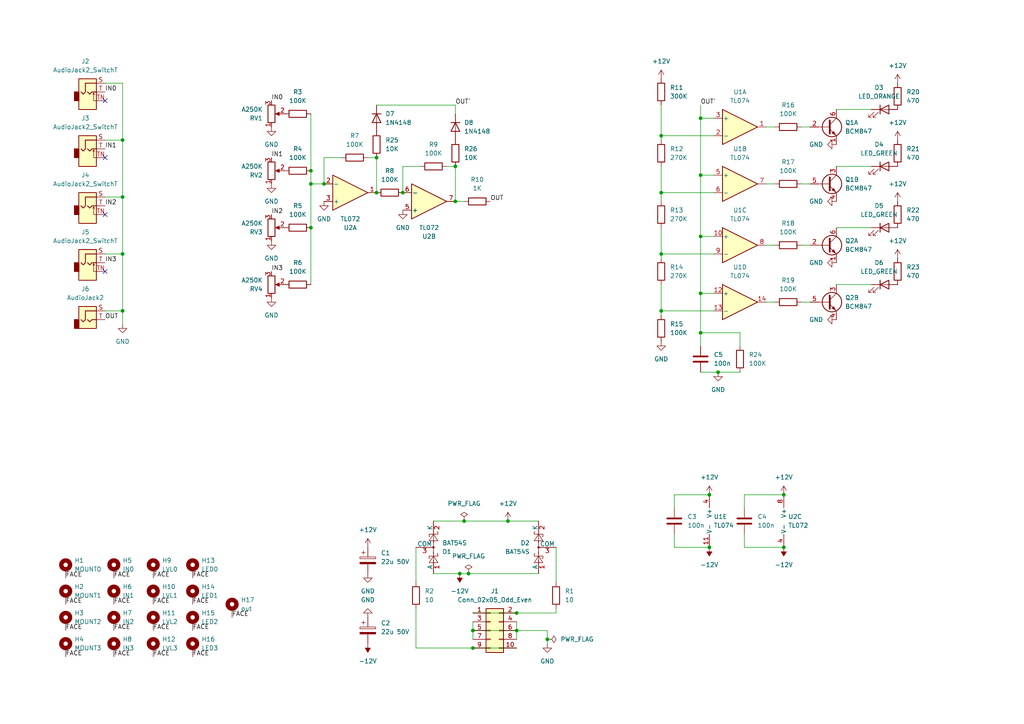
<source format=kicad_sch>
(kicad_sch (version 20230121) (generator eeschema)
  (paper "A4")
  (lib_symbols
    (symbol "Amplifier_Operational:TL072" (pin_names (offset 0.127))
      (property "Reference" "U" (at 0 5.08 0))
      (property "Value" "TL072" (at 0 -5.08 0))
      (symbol "TL072_1_1"
        (polyline (pts (xy -5.08 5.08) (xy 5.08 0) (xy -5.08 -5.08) (xy -5.08 5.08)) (stroke (width 0.254)) (fill (type background)))
        (pin output line (at 7.62 0 180) (length 2.54) (name "~") (number "1"))
        (pin input line (at -7.62 -2.54 0) (length 2.54) (name "-") (number "2"))
        (pin input line (at -7.62 2.54 0) (length 2.54) (name "+") (number "3"))
      )
      (symbol "TL072_2_1"
        (polyline (pts (xy -5.08 5.08) (xy 5.08 0) (xy -5.08 -5.08) (xy -5.08 5.08)) (stroke (width 0.254)) (fill (type background)))
        (pin input line (at -7.62 2.54 0) (length 2.54) (name "+") (number "5"))
        (pin input line (at -7.62 -2.54 0) (length 2.54) (name "-") (number "6"))
        (pin output line (at 7.62 0 180) (length 2.54) (name "~") (number "7"))
      )
      (symbol "TL072_3_1"
        (pin power_in line (at -2.54 -7.62 90) (length 3.81) (name "V-") (number "4"))
        (pin power_in line (at -2.54 7.62 270) (length 3.81) (name "V+") (number "8"))
      )
    )
    (symbol "Amplifier_Operational:TL074" (pin_names (offset 0.127))
      (property "Reference" "U" (at 0 5.08 0))
      (property "Value" "TL074" (at 0 -5.08 0))
      (symbol "TL074_1_1"
        (polyline (pts (xy -5.08 5.08) (xy 5.08 0) (xy -5.08 -5.08) (xy -5.08 5.08)) (stroke (width 0.254)) (fill (type background)))
        (pin output line (at 7.62 0 180) (length 2.54) (name "~") (number "1"))
        (pin input line (at -7.62 -2.54 0) (length 2.54) (name "-") (number "2"))
        (pin input line (at -7.62 2.54 0) (length 2.54) (name "+") (number "3"))
      )
      (symbol "TL074_2_1"
        (polyline (pts (xy -5.08 5.08) (xy 5.08 0) (xy -5.08 -5.08) (xy -5.08 5.08)) (stroke (width 0.254)) (fill (type background)))
        (pin input line (at -7.62 2.54 0) (length 2.54) (name "+") (number "5"))
        (pin input line (at -7.62 -2.54 0) (length 2.54) (name "-") (number "6"))
        (pin output line (at 7.62 0 180) (length 2.54) (name "~") (number "7"))
      )
      (symbol "TL074_3_1"
        (polyline (pts (xy -5.08 5.08) (xy 5.08 0) (xy -5.08 -5.08) (xy -5.08 5.08)) (stroke (width 0.254)) (fill (type background)))
        (pin input line (at -7.62 2.54 0) (length 2.54) (name "+") (number "10"))
        (pin output line (at 7.62 0 180) (length 2.54) (name "~") (number "8"))
        (pin input line (at -7.62 -2.54 0) (length 2.54) (name "-") (number "9"))
      )
      (symbol "TL074_4_1"
        (polyline (pts (xy -5.08 5.08) (xy 5.08 0) (xy -5.08 -5.08) (xy -5.08 5.08)) (stroke (width 0.254)) (fill (type background)))
        (pin input line (at -7.62 2.54 0) (length 2.54) (name "+") (number "12"))
        (pin input line (at -7.62 -2.54 0) (length 2.54) (name "-") (number "13"))
        (pin output line (at 7.62 0 180) (length 2.54) (name "~") (number "14"))
      )
      (symbol "TL074_5_1"
        (pin power_in line (at -2.54 -7.62 90) (length 3.81) (name "V-") (number "11"))
        (pin power_in line (at -2.54 7.62 270) (length 3.81) (name "V+") (number "4"))
      )
    )
    (symbol "Device:C" (pin_numbers hide) (pin_names (offset 0.254))
      (property "Reference" "C" (at 0.635 2.54 0))
      (property "Value" "C" (at 0.635 -2.54 0))
      (symbol "C_0_1"
        (polyline (pts (xy -2.032 -0.762) (xy 2.032 -0.762)) (stroke (width 0.508)))
        (polyline (pts (xy -2.032 0.762) (xy 2.032 0.762)) (stroke (width 0.508)))
      )
      (symbol "C_1_1"
        (pin passive line (at 0 3.81 270) (length 2.794) (name "~") (number "1"))
        (pin passive line (at 0 -3.81 90) (length 2.794) (name "~") (number "2"))
      )
    )
    (symbol "Device:C_Polarized" (pin_numbers hide) (pin_names (offset 0.254))
      (property "Reference" "C" (at 0.635 2.54 0))
      (property "Value" "C_Polarized" (at 0.635 -2.54 0))
      (symbol "C_Polarized_0_1"
        (rectangle (start -2.286 0.508) (end 2.286 1.016))
        (polyline (pts (xy -1.778 2.286) (xy -0.762 2.286)))
        (polyline (pts (xy -1.27 2.794) (xy -1.27 1.778)))
        (rectangle (start 2.286 -0.508) (end -2.286 -1.016) (fill (type outline)))
      )
      (symbol "C_Polarized_1_1"
        (pin passive line (at 0 3.81 270) (length 2.794) (name "~") (number "1"))
        (pin passive line (at 0 -3.81 90) (length 2.794) (name "~") (number "2"))
      )
    )
    (symbol "Device:D" (pin_numbers hide) (pin_names (offset 1.016) hide)
      (property "Reference" "D" (at 0 2.54 0))
      (property "Value" "D" (at 0 -2.54 0))
      (symbol "D_0_1"
        (polyline (pts (xy -1.27 1.27) (xy -1.27 -1.27)) (stroke (width 0.254)))
        (polyline (pts (xy 1.27 0) (xy -1.27 0)))
        (polyline (pts (xy 1.27 1.27) (xy 1.27 -1.27) (xy -1.27 0) (xy 1.27 1.27)) (stroke (width 0.254)))
      )
      (symbol "D_1_1"
        (pin passive line (at -3.81 0 0) (length 2.54) (name "K") (number "1"))
        (pin passive line (at 3.81 0 180) (length 2.54) (name "A") (number "2"))
      )
    )
    (symbol "Device:LED" (pin_numbers hide) (pin_names (offset 1.016) hide)
      (property "Reference" "D" (at 0 2.54 0))
      (property "Value" "LED" (at 0 -2.54 0))
      (symbol "LED_0_1"
        (polyline (pts (xy -1.27 -1.27) (xy -1.27 1.27)) (stroke (width 0.254)))
        (polyline (pts (xy -1.27 0) (xy 1.27 0)))
        (polyline (pts (xy 1.27 -1.27) (xy 1.27 1.27) (xy -1.27 0) (xy 1.27 -1.27)) (stroke (width 0.254)))
        (polyline (pts (xy -3.048 -0.762) (xy -4.572 -2.286) (xy -3.81 -2.286) (xy -4.572 -2.286) (xy -4.572 -1.524)))
        (polyline (pts (xy -1.778 -0.762) (xy -3.302 -2.286) (xy -2.54 -2.286) (xy -3.302 -2.286) (xy -3.302 -1.524)))
      )
      (symbol "LED_1_1"
        (pin passive line (at -3.81 0 0) (length 2.54) (name "K") (number "1"))
        (pin passive line (at 3.81 0 180) (length 2.54) (name "A") (number "2"))
      )
    )
    (symbol "Device:Q_Dual_NPN_NPN_E1B1C2E2B2C1" (pin_names (offset 0) hide)
      (property "Reference" "Q" (at 5.08 1.27 0))
      (property "Value" "Q_Dual_NPN_NPN_E1B1C2E2B2C1" (at 5.08 -1.27 0))
      (symbol "Q_Dual_NPN_NPN_E1B1C2E2B2C1_0_1"
        (polyline (pts (xy 0.635 0) (xy -2.54 0)))
        (polyline (pts (xy 0.635 0.635) (xy 2.54 2.54)))
        (polyline (pts (xy 0.635 -0.635) (xy 2.54 -2.54) (xy 2.54 -2.54)))
        (polyline (pts (xy 0.635 1.905) (xy 0.635 -1.905) (xy 0.635 -1.905)) (stroke (width 0.508)))
        (polyline (pts (xy 1.27 -1.778) (xy 1.778 -1.27) (xy 2.286 -2.286) (xy 1.27 -1.778) (xy 1.27 -1.778)) (fill (type outline)))
        (circle (center 1.27 0) (radius 2.8194) (stroke (width 0.254)))
      )
      (symbol "Q_Dual_NPN_NPN_E1B1C2E2B2C1_1_1"
        (pin passive line (at 2.54 -5.08 90) (length 2.54) (name "E1") (number "1"))
        (pin input line (at -5.08 0 0) (length 2.54) (name "B1") (number "2"))
        (pin passive line (at 2.54 5.08 270) (length 2.54) (name "C1") (number "6"))
      )
      (symbol "Q_Dual_NPN_NPN_E1B1C2E2B2C1_2_1"
        (pin passive line (at 2.54 5.08 270) (length 2.54) (name "C2") (number "3"))
        (pin passive line (at 2.54 -5.08 90) (length 2.54) (name "E2") (number "4"))
        (pin input line (at -5.08 0 0) (length 2.54) (name "B2") (number "5"))
      )
    )
    (symbol "Device:R" (pin_numbers hide) (pin_names (offset 0))
      (property "Reference" "R" (at 2.032 0 90))
      (property "Value" "R" (at 0 0 90))
      (symbol "R_0_1"
        (rectangle (start -1.016 -2.54) (end 1.016 2.54) (stroke (width 0.254)))
      )
      (symbol "R_1_1"
        (pin passive line (at 0 3.81 270) (length 1.27) (name "~") (number "1"))
        (pin passive line (at 0 -3.81 90) (length 1.27) (name "~") (number "2"))
      )
    )
    (symbol "Device:R_Potentiometer" (pin_names (offset 1.016) hide)
      (property "Reference" "RV" (at -4.445 0 90))
      (property "Value" "R_Potentiometer" (at -2.54 0 90))
      (symbol "R_Potentiometer_0_1"
        (polyline (pts (xy 2.54 0) (xy 1.524 0)))
        (polyline (pts (xy 1.143 0) (xy 2.286 0.508) (xy 2.286 -0.508) (xy 1.143 0)) (fill (type outline)))
        (rectangle (start 1.016 2.54) (end -1.016 -2.54) (stroke (width 0.254)))
      )
      (symbol "R_Potentiometer_1_1"
        (pin passive line (at 0 3.81 270) (length 1.27) (name "1") (number "1"))
        (pin passive line (at 3.81 0 180) (length 1.27) (name "2") (number "2"))
        (pin passive line (at 0 -3.81 90) (length 1.27) (name "3") (number "3"))
      )
    )
    (symbol "Eurorack:AudioJack2"
      (property "Reference" "J" (at 0 8.89 0))
      (property "Value" "AudioJack2" (at 0 6.35 0))
      (symbol "AudioJack2_0_1"
        (rectangle (start -3.81 0) (end -2.54 -2.54) (stroke (width 0.254)) (fill (type outline)))
        (rectangle (start -2.54 3.81) (end 2.54 -2.54) (stroke (width 0.254)) (fill (type background)))
        (polyline (pts (xy 0 0) (xy 0.635 -0.635) (xy 1.27 0) (xy 2.54 0)) (stroke (width 0.254)))
        (polyline (pts (xy 2.54 2.54) (xy -0.635 2.54) (xy -0.635 0) (xy -1.27 -0.635) (xy -1.905 0)) (stroke (width 0.254)))
      )
      (symbol "AudioJack2_1_1"
        (pin passive line (at 5.08 2.54 180) (length 2.54) (name "~") (number "S"))
        (pin passive line (at 5.08 0 180) (length 2.54) (name "~") (number "T"))
      )
    )
    (symbol "Eurorack:AudioJack2_SwitchT"
      (property "Reference" "J" (at 0 8.89 0))
      (property "Value" "AudioJack2_SwitchT" (at 0 6.35 0))
      (symbol "AudioJack2_SwitchT_0_1"
        (rectangle (start -2.54 0) (end -3.81 -2.54) (stroke (width 0.254)) (fill (type outline)))
        (rectangle (start -2.54 3.81) (end 2.54 -5.08) (stroke (width 0.254)) (fill (type background)))
        (polyline (pts (xy 1.778 -0.254) (xy 2.032 -0.762)))
        (polyline (pts (xy 0 0) (xy 0.635 -0.635) (xy 1.27 0) (xy 2.54 0)) (stroke (width 0.254)))
        (polyline (pts (xy 2.54 -2.54) (xy 1.778 -2.54) (xy 1.778 -0.254) (xy 1.524 -0.762)))
        (polyline (pts (xy 2.54 2.54) (xy -0.635 2.54) (xy -0.635 0) (xy -1.27 -0.635) (xy -1.905 0)) (stroke (width 0.254)))
      )
      (symbol "AudioJack2_SwitchT_1_1"
        (pin passive line (at 5.08 2.54 180) (length 2.54) (name "~") (number "S"))
        (pin passive line (at 5.08 0 180) (length 2.54) (name "~") (number "T"))
        (pin passive line (at 5.08 -2.54 180) (length 2.54) (name "~") (number "TN"))
      )
    )
    (symbol "Eurorack:BAT54S" (pin_names (offset 0))
      (property "Reference" "D" (at 2.54 -5.08 0))
      (property "Value" "BAT54S" (at -6.35 3.175 0))
      (symbol "BAT54S_0_1"
        (polyline (pts (xy -3.81 0) (xy -1.27 0)))
        (polyline (pts (xy -3.175 -1.27) (xy -3.175 -1.016)))
        (polyline (pts (xy -2.54 -1.27) (xy -3.175 -1.27)))
        (polyline (pts (xy -2.54 -1.27) (xy -2.54 1.27)))
        (polyline (pts (xy -2.54 1.27) (xy -1.905 1.27)))
        (polyline (pts (xy -1.905 0) (xy 1.905 0)))
        (polyline (pts (xy -1.905 1.27) (xy -1.905 1.016)))
        (polyline (pts (xy 1.27 0) (xy 3.81 0)))
        (polyline (pts (xy 3.175 -1.27) (xy 3.175 -1.016)))
        (polyline (pts (xy 3.81 -1.27) (xy 3.175 -1.27)))
        (polyline (pts (xy 3.81 -1.27) (xy 3.81 1.27)))
        (polyline (pts (xy 3.81 1.27) (xy 4.445 1.27)))
        (polyline (pts (xy 4.445 1.27) (xy 4.445 1.016)))
        (polyline (pts (xy -4.445 1.27) (xy -4.445 -1.27) (xy -2.54 0) (xy -4.445 1.27)))
        (polyline (pts (xy 1.905 1.27) (xy 1.905 -1.27) (xy 3.81 0) (xy 1.905 1.27)))
        (circle (center 0 0) (radius 0.254) (fill (type outline)))
      )
      (symbol "BAT54S_1_1"
        (pin passive line (at -7.62 0 0) (length 3.81) (name "A") (number "1"))
        (pin passive line (at 7.62 0 180) (length 3.81) (name "K") (number "2"))
        (pin passive line (at 0 -5.08 90) (length 5.08) (name "COM") (number "3"))
      )
    )
    (symbol "Eurorack:Conn_02x05_Odd_Even" (pin_names (offset 1.016) hide)
      (property "Reference" "J" (at 1.27 7.62 0))
      (property "Value" "Conn_02x05_Odd_Even" (at 1.27 -7.62 0))
      (symbol "Conn_02x05_Odd_Even_1_1"
        (rectangle (start -1.27 -4.953) (end 0 -5.207) (stroke (width 0.1524)))
        (rectangle (start -1.27 -2.413) (end 0 -2.667) (stroke (width 0.1524)))
        (rectangle (start -1.27 0.127) (end 0 -0.127) (stroke (width 0.1524)))
        (rectangle (start -1.27 2.667) (end 0 2.413) (stroke (width 0.1524)))
        (rectangle (start -1.27 5.207) (end 0 4.953) (stroke (width 0.1524)))
        (rectangle (start -1.27 6.35) (end 3.81 -6.35) (stroke (width 0.254)) (fill (type background)))
        (rectangle (start 3.81 -4.953) (end 2.54 -5.207) (stroke (width 0.1524)))
        (rectangle (start 3.81 -2.413) (end 2.54 -2.667) (stroke (width 0.1524)))
        (rectangle (start 3.81 0.127) (end 2.54 -0.127) (stroke (width 0.1524)))
        (rectangle (start 3.81 2.667) (end 2.54 2.413) (stroke (width 0.1524)))
        (rectangle (start 3.81 5.207) (end 2.54 4.953) (stroke (width 0.1524)))
        (pin passive line (at -5.08 5.08 0) (length 3.81) (name "Pin_1") (number "1"))
        (pin passive line (at 7.62 -5.08 180) (length 3.81) (name "Pin_10") (number "10"))
        (pin passive line (at 7.62 5.08 180) (length 3.81) (name "Pin_2") (number "2"))
        (pin passive line (at -5.08 2.54 0) (length 3.81) (name "Pin_3") (number "3"))
        (pin passive line (at 7.62 2.54 180) (length 3.81) (name "Pin_4") (number "4"))
        (pin passive line (at -5.08 0 0) (length 3.81) (name "Pin_5") (number "5"))
        (pin passive line (at 7.62 0 180) (length 3.81) (name "Pin_6") (number "6"))
        (pin passive line (at -5.08 -2.54 0) (length 3.81) (name "Pin_7") (number "7"))
        (pin passive line (at 7.62 -2.54 180) (length 3.81) (name "Pin_8") (number "8"))
        (pin passive line (at -5.08 -5.08 0) (length 3.81) (name "Pin_9") (number "9"))
      )
    )
    (symbol "Eurorack:MountingHole_Pad_Output" (pin_numbers hide) (pin_names (offset 1.016) hide) (in_bom no)
      (property "Reference" "H" (at 0 6.35 0))
      (property "Value" "MountingHole_Pad_Output" (at 0 4.445 0))
      (symbol "MountingHole_Pad_Output_0_1"
        (circle (center 0 1.27) (radius 1.27) (stroke (width 1.27)))
      )
      (symbol "MountingHole_Pad_Output_1_1"
        (pin output line (at 0 -2.54 90) (length 2.54) (name "1") (number "1"))
      )
    )
    (symbol "Mechanical:MountingHole_Pad" (pin_numbers hide) (pin_names (offset 1.016) hide)
      (property "Reference" "H" (at 0 6.35 0))
      (property "Value" "MountingHole_Pad" (at 0 4.445 0))
      (symbol "MountingHole_Pad_0_1"
        (circle (center 0 1.27) (radius 1.27) (stroke (width 1.27)))
      )
      (symbol "MountingHole_Pad_1_1"
        (pin input line (at 0 -2.54 90) (length 2.54) (name "1") (number "1"))
      )
    )
    (symbol "power:+12V" (power) (pin_names (offset 0))
      (property "Value" "+12V" (at 0 3.556 0))
      (symbol "+12V_0_1"
        (polyline (pts (xy -0.762 1.27) (xy 0 2.54)))
        (polyline (pts (xy 0 0) (xy 0 2.54)))
        (polyline (pts (xy 0 2.54) (xy 0.762 1.27)))
      )
      (symbol "+12V_1_1"
        (pin power_in line (at 0 0 90) (length 0) hide (name "+12V") (number "1"))
      )
    )
    (symbol "power:-12V" (power) (pin_names (offset 0))
      (property "Value" "-12V" (at 0 3.81 0))
      (symbol "-12V_0_0"
        (pin power_in line (at 0 0 90) (length 0) hide (name "-12V") (number "1"))
      )
      (symbol "-12V_0_1"
        (polyline (pts (xy 0 0) (xy 0 1.27) (xy 0.762 1.27) (xy 0 2.54) (xy -0.762 1.27) (xy 0 1.27)) (fill (type outline)))
      )
    )
    (symbol "power:GND" (power) (pin_names (offset 0))
      (property "Value" "GND" (at 0 -3.81 0))
      (symbol "GND_0_1"
        (polyline (pts (xy 0 0) (xy 0 -1.27) (xy 1.27 -1.27) (xy 0 -2.54) (xy -1.27 -1.27) (xy 0 -1.27)))
      )
      (symbol "GND_1_1"
        (pin power_in line (at 0 0 270) (length 0) hide (name "GND") (number "1"))
      )
    )
    (symbol "power:PWR_FLAG" (power) (pin_numbers hide) (pin_names (offset 0) hide)
      (property "Value" "PWR_FLAG" (at 0 3.81 0))
      (symbol "PWR_FLAG_0_0"
        (pin power_out line (at 0 0 90) (length 0) (name "pwr") (number "1"))
      )
      (symbol "PWR_FLAG_0_1"
        (polyline (pts (xy 0 0) (xy 0 1.27) (xy -1.016 1.905) (xy 0 2.54) (xy 1.016 1.905) (xy 0 1.27)))
      )
    )
  )
  (junction (at 158.75 185.42))
  (junction (at 35.56 90.17))
  (junction (at 203.2 85.09))
  (junction (at 133.35 166.37))
  (junction (at 134.62 151.13))
  (junction (at 149.86 182.88))
  (junction (at 90.17 66.04))
  (junction (at 90.17 53.34))
  (junction (at 191.77 73.66))
  (junction (at 191.77 39.37))
  (junction (at 135.89 166.37))
  (junction (at 147.32 151.13))
  (junction (at 35.56 40.64))
  (junction (at 203.2 50.8))
  (junction (at 149.86 177.8))
  (junction (at 191.77 90.17))
  (junction (at 109.22 55.88))
  (junction (at 35.56 73.66))
  (junction (at 203.2 96.52))
  (junction (at 191.77 55.88))
  (junction (at 35.56 57.15))
  (junction (at 137.16 187.96))
  (junction (at 93.98 53.34))
  (junction (at 227.33 143.51))
  (junction (at 132.08 58.42))
  (junction (at 208.28 107.95))
  (junction (at 132.08 48.26))
  (junction (at 116.84 55.88))
  (junction (at 205.74 158.75))
  (junction (at 109.22 45.72))
  (junction (at 205.74 143.51))
  (junction (at 203.2 34.29))
  (junction (at 227.33 158.75))
  (junction (at 203.2 68.58))
  (junction (at 90.17 49.53))
  (junction (at 137.16 182.88))
  (no_connect (at 30.48 78.74))
  (no_connect (at 30.48 29.21))
  (no_connect (at 30.48 45.72))
  (no_connect (at 30.48 62.23))
  (wire (pts (xy 203.2 85.09) (xy 203.2 96.52)))
  (wire (pts (xy 191.77 90.17) (xy 207.01 90.17)))
  (wire (pts (xy 232.41 87.63) (xy 234.95 87.63)))
  (wire (pts (xy 35.56 57.15) (xy 35.56 73.66)))
  (wire (pts (xy 195.58 158.75) (xy 205.74 158.75)))
  (wire (pts (xy 203.2 68.58) (xy 207.01 68.58)))
  (wire (pts (xy 242.57 48.26) (xy 252.73 48.26)))
  (wire (pts (xy 191.77 55.88) (xy 207.01 55.88)))
  (wire (pts (xy 191.77 73.66) (xy 191.77 74.93)))
  (wire (pts (xy 161.29 176.53) (xy 161.29 177.8)))
  (wire (pts (xy 214.63 100.33) (xy 214.63 96.52)))
  (wire (pts (xy 133.35 166.37) (xy 135.89 166.37)))
  (wire (pts (xy 120.65 158.75) (xy 120.65 168.91)))
  (wire (pts (xy 149.86 180.34) (xy 149.86 182.88)))
  (wire (pts (xy 222.25 53.34) (xy 224.79 53.34)))
  (wire (pts (xy 30.48 73.66) (xy 35.56 73.66)))
  (wire (pts (xy 30.48 57.15) (xy 35.56 57.15)))
  (wire (pts (xy 203.2 85.09) (xy 207.01 85.09)))
  (wire (pts (xy 30.48 24.13) (xy 35.56 24.13)))
  (wire (pts (xy 203.2 68.58) (xy 203.2 85.09)))
  (wire (pts (xy 116.84 48.26) (xy 116.84 55.88)))
  (wire (pts (xy 215.9 158.75) (xy 227.33 158.75)))
  (wire (pts (xy 106.68 45.72) (xy 109.22 45.72)))
  (wire (pts (xy 195.58 143.51) (xy 205.74 143.51)))
  (wire (pts (xy 232.41 53.34) (xy 234.95 53.34)))
  (wire (pts (xy 137.16 177.8) (xy 149.86 177.8)))
  (wire (pts (xy 35.56 90.17) (xy 35.56 93.98)))
  (wire (pts (xy 242.57 82.55) (xy 252.73 82.55)))
  (wire (pts (xy 147.32 151.13) (xy 156.21 151.13)))
  (wire (pts (xy 137.16 182.88) (xy 149.86 182.88)))
  (wire (pts (xy 125.73 151.13) (xy 134.62 151.13)))
  (wire (pts (xy 208.28 107.95) (xy 214.63 107.95)))
  (wire (pts (xy 125.73 166.37) (xy 133.35 166.37)))
  (wire (pts (xy 215.9 143.51) (xy 227.33 143.51)))
  (wire (pts (xy 93.98 53.34) (xy 93.98 45.72)))
  (wire (pts (xy 222.25 36.83) (xy 224.79 36.83)))
  (wire (pts (xy 134.62 151.13) (xy 147.32 151.13)))
  (wire (pts (xy 203.2 30.48) (xy 203.2 34.29)))
  (wire (pts (xy 137.16 187.96) (xy 149.86 187.96)))
  (wire (pts (xy 90.17 33.02) (xy 90.17 49.53)))
  (wire (pts (xy 191.77 82.55) (xy 191.77 90.17)))
  (wire (pts (xy 195.58 147.32) (xy 195.58 143.51)))
  (wire (pts (xy 191.77 30.48) (xy 191.77 39.37)))
  (wire (pts (xy 203.2 96.52) (xy 203.2 100.33)))
  (wire (pts (xy 90.17 66.04) (xy 90.17 82.55)))
  (wire (pts (xy 203.2 50.8) (xy 207.01 50.8)))
  (wire (pts (xy 35.56 73.66) (xy 35.56 90.17)))
  (wire (pts (xy 215.9 147.32) (xy 215.9 143.51)))
  (wire (pts (xy 132.08 30.48) (xy 132.08 33.02)))
  (wire (pts (xy 120.65 187.96) (xy 137.16 187.96)))
  (wire (pts (xy 191.77 39.37) (xy 207.01 39.37)))
  (wire (pts (xy 191.77 73.66) (xy 207.01 73.66)))
  (wire (pts (xy 191.77 55.88) (xy 191.77 58.42)))
  (wire (pts (xy 137.16 180.34) (xy 137.16 182.88)))
  (wire (pts (xy 30.48 90.17) (xy 35.56 90.17)))
  (wire (pts (xy 149.86 177.8) (xy 161.29 177.8)))
  (wire (pts (xy 149.86 182.88) (xy 149.86 185.42)))
  (wire (pts (xy 242.57 66.04) (xy 252.73 66.04)))
  (wire (pts (xy 203.2 34.29) (xy 203.2 50.8)))
  (wire (pts (xy 129.54 48.26) (xy 132.08 48.26)))
  (wire (pts (xy 232.41 71.12) (xy 234.95 71.12)))
  (wire (pts (xy 161.29 158.75) (xy 161.29 168.91)))
  (wire (pts (xy 132.08 58.42) (xy 134.62 58.42)))
  (wire (pts (xy 158.75 186.69) (xy 158.75 185.42)))
  (wire (pts (xy 120.65 176.53) (xy 120.65 187.96)))
  (wire (pts (xy 203.2 96.52) (xy 214.63 96.52)))
  (wire (pts (xy 93.98 45.72) (xy 99.06 45.72)))
  (wire (pts (xy 203.2 50.8) (xy 203.2 68.58)))
  (wire (pts (xy 109.22 30.48) (xy 132.08 30.48)))
  (wire (pts (xy 191.77 90.17) (xy 191.77 91.44)))
  (wire (pts (xy 191.77 39.37) (xy 191.77 40.64)))
  (wire (pts (xy 222.25 71.12) (xy 224.79 71.12)))
  (wire (pts (xy 135.89 166.37) (xy 156.21 166.37)))
  (wire (pts (xy 222.25 87.63) (xy 224.79 87.63)))
  (wire (pts (xy 90.17 53.34) (xy 90.17 66.04)))
  (wire (pts (xy 158.75 182.88) (xy 149.86 182.88)))
  (wire (pts (xy 242.57 31.75) (xy 252.73 31.75)))
  (wire (pts (xy 191.77 66.04) (xy 191.77 73.66)))
  (wire (pts (xy 30.48 40.64) (xy 35.56 40.64)))
  (wire (pts (xy 109.22 45.72) (xy 109.22 55.88)))
  (wire (pts (xy 90.17 49.53) (xy 90.17 53.34)))
  (wire (pts (xy 232.41 36.83) (xy 234.95 36.83)))
  (wire (pts (xy 137.16 182.88) (xy 137.16 185.42)))
  (wire (pts (xy 90.17 53.34) (xy 93.98 53.34)))
  (wire (pts (xy 35.56 40.64) (xy 35.56 57.15)))
  (wire (pts (xy 215.9 154.94) (xy 215.9 158.75)))
  (wire (pts (xy 121.92 48.26) (xy 116.84 48.26)))
  (wire (pts (xy 191.77 48.26) (xy 191.77 55.88)))
  (wire (pts (xy 158.75 185.42) (xy 158.75 182.88)))
  (wire (pts (xy 132.08 48.26) (xy 132.08 58.42)))
  (wire (pts (xy 203.2 107.95) (xy 208.28 107.95)))
  (wire (pts (xy 195.58 154.94) (xy 195.58 158.75)))
  (wire (pts (xy 207.01 34.29) (xy 203.2 34.29)))
  (wire (pts (xy 35.56 24.13) (xy 35.56 40.64)))
  (label "IN3" (at 30.48 76.2 0))
  (label "IN1" (at 30.48 43.18 0))
  (label "FACE" (at 33.02 182.88 0))
  (label "FACE" (at 55.88 190.5 0))
  (label "FACE" (at 44.45 182.88 0))
  (label "FACE" (at 55.88 167.64 0))
  (label "FACE" (at 33.02 167.64 0))
  (label "OUT'" (at 132.08 30.48 0))
  (label "FACE" (at 55.88 182.88 0))
  (label "FACE" (at 19.05 175.26 0))
  (label "FACE" (at 44.45 167.64 0))
  (label "FACE" (at 19.05 182.88 0))
  (label "IN1" (at 78.74 45.72 0))
  (label "IN0" (at 30.48 26.67 0))
  (label "IN0" (at 78.74 29.21 0))
  (label "FACE" (at 44.45 175.26 0))
  (label "FACE" (at 33.02 175.26 0))
  (label "OUT" (at 142.24 58.42 0))
  (label "FACE" (at 19.05 190.5 0))
  (label "OUT" (at 30.48 92.71 0))
  (label "OUT'" (at 203.2 30.48 0))
  (label "IN2" (at 78.74 62.23 0))
  (label "FACE" (at 33.02 190.5 0))
  (label "FACE" (at 67.31 179.07 0))
  (label "FACE" (at 44.45 190.5 0))
  (label "FACE" (at 19.05 167.64 0))
  (label "IN2" (at 30.48 59.69 0))
  (label "IN3" (at 78.74 78.74 0))
  (label "FACE" (at 55.88 175.26 0))
  (symbol (lib_id "Mechanical:MountingHole_Pad") (at 33.02 172.72 0) (unit 1) (in_bom no)
    (property "Reference" "H6" (at 35.56 170.18 0) (effects (justify left)))
    (property "Value" "IN1" (at 35.56 172.72 0) (effects (justify left)))
    (property "Footprint" "Eurorack:Mech-AudioJack-Hole-Input" (effects hide))
  )
  (symbol (lib_id "Mechanical:MountingHole_Pad") (at 19.05 180.34 0) (unit 1) (in_bom no)
    (property "Reference" "H3" (at 21.59 177.8 0) (effects (justify left)))
    (property "Value" "MOUNT2" (at 21.59 180.34 0) (effects (justify left)))
    (property "Footprint" "Eurorack:Mech-MountingHole" (effects hide))
  )
  (symbol (lib_id "power:GND") (at 208.28 107.95 0) (unit 1)
    (property "Reference" "#PWR020" (effects hide))
    (property "Value" "GND" (at 208.28 113.03 0))
  )
  (symbol (lib_id "power:GND") (at 35.56 93.98 0) (unit 1)
    (property "Reference" "#PWR023" (effects hide))
    (property "Value" "GND" (at 35.56 99.06 0))
  )
  (symbol (lib_id "power:PWR_FLAG") (at 158.75 185.42 270) (unit 1)
    (property "Reference" "#FLG01" (effects hide))
    (property "Value" "PWR_FLAG" (at 162.56 185.42 90) (effects (justify left)))
  )
  (symbol (lib_id "power:-12V") (at 205.74 158.75 180) (unit 1)
    (property "Reference" "#PWR09" (effects hide))
    (property "Value" "-12V" (at 205.74 163.83 0))
  )
  (symbol (lib_id "Mechanical:MountingHole_Pad") (at 19.05 165.1 0) (unit 1) (in_bom no)
    (property "Reference" "H1" (at 21.59 162.56 0) (effects (justify left)))
    (property "Value" "MOUNT0" (at 21.59 165.1 0) (effects (justify left)))
    (property "Footprint" "Eurorack:Mech-MountingHole" (effects hide))
  )
  (symbol (lib_id "power:GND") (at 158.75 186.69 0) (unit 1)
    (property "Reference" "#PWR01" (effects hide))
    (property "Value" "GND" (at 158.75 191.77 0))
  )
  (symbol (lib_id "power:GND") (at 78.74 36.83 0) (unit 1)
    (property "Reference" "#PWR024" (effects hide))
    (property "Value" "GND" (at 78.74 41.91 0))
  )
  (symbol (lib_id "power:GND") (at 78.74 53.34 0) (unit 1)
    (property "Reference" "#PWR025" (effects hide))
    (property "Value" "GND" (at 78.74 58.42 0))
  )
  (symbol (lib_id "Eurorack:AudioJack2_SwitchT") (at 25.4 43.18 0) (unit 1)
    (property "Reference" "J3" (at 24.765 34.29 0))
    (property "Value" "AudioJack2_SwitchT" (at 24.765 36.83 0))
    (property "Footprint" "Eurorack:AudioJack2_Tayda_A-2566" (effects hide))
    (property "Vendor" "Tayda" (effects hide))
    (property "PartNum" "A-2566" (effects hide))
  )
  (symbol (lib_id "Amplifier_Operational:TL074") (at 214.63 36.83 0) (unit 1)
    (property "Reference" "U1" (at 214.63 26.67 0))
    (property "Value" "TL074" (at 214.63 29.21 0))
    (property "Footprint" "Package_SO:SOIC-14_3.9x8.7mm_P1.27mm" (effects hide))
    (property "Datasheet" "http://www.ti.com/lit/ds/symlink/tl071.pdf" (effects hide))
    (property "Vendor" "Mouser" (effects hide))
    (property "PartNum" "595-TL074CDR" (effects hide))
  )
  (symbol (lib_id "Eurorack:AudioJack2_SwitchT") (at 25.4 59.69 0) (unit 1)
    (property "Reference" "J4" (at 24.765 50.8 0))
    (property "Value" "AudioJack2_SwitchT" (at 24.765 53.34 0))
    (property "Footprint" "Eurorack:AudioJack2_Tayda_A-2566" (effects hide))
    (property "Vendor" "Tayda" (effects hide))
    (property "PartNum" "A-2566" (effects hide))
  )
  (symbol (lib_id "Device:R") (at 86.36 66.04 90) (unit 1)
    (property "Reference" "R5" (at 86.36 59.69 90))
    (property "Value" "100K" (at 86.36 62.23 90))
    (property "Footprint" "Resistor_SMD:R_0805_2012Metric" (effects hide))
  )
  (symbol (lib_id "Device:R_Potentiometer") (at 78.74 82.55 0) (mirror x) (unit 1)
    (property "Reference" "RV4" (at 76.2 83.82 0) (effects (justify right)))
    (property "Value" "A250K" (at 76.2 81.28 0) (effects (justify right)))
    (property "Footprint" "Eurorack:Potentiometer_RV16AF-41-15R1" (effects hide))
  )
  (symbol (lib_id "Eurorack:Conn_02x05_Odd_Even") (at 142.24 182.88 0) (unit 1)
    (property "Reference" "J1" (at 143.51 171.45 0))
    (property "Value" "Conn_02x05_Odd_Even" (at 143.51 173.99 0))
    (property "Footprint" "Eurorack:PinHeader_2x05_P2.54mm_Vertical" (effects hide))
    (property "Vendor" "Tayda" (effects hide))
    (property "PartNum" "A-2939" (effects hide))
  )
  (symbol (lib_id "power:-12V") (at 133.35 166.37 180) (unit 1)
    (property "Reference" "#PWR03" (effects hide))
    (property "Value" "-12V" (at 133.35 171.45 0))
  )
  (symbol (lib_id "Device:R") (at 260.35 78.74 0) (unit 1)
    (property "Reference" "R23" (at 262.89 77.47 0) (effects (justify left)))
    (property "Value" "470" (at 262.89 80.01 0) (effects (justify left)))
    (property "Footprint" "Resistor_SMD:R_0805_2012Metric" (effects hide))
  )
  (symbol (lib_id "power:+12V") (at 260.35 74.93 0) (unit 1)
    (property "Reference" "#PWR017" (effects hide))
    (property "Value" "+12V" (at 260.35 69.85 0))
  )
  (symbol (lib_id "power:-12V") (at 227.33 158.75 180) (unit 1)
    (property "Reference" "#PWR022" (effects hide))
    (property "Value" "-12V" (at 227.33 163.83 0))
  )
  (symbol (lib_id "Device:Q_Dual_NPN_NPN_E1B1C2E2B2C1") (at 240.03 36.83 0) (unit 1)
    (property "Reference" "Q1" (at 245.11 35.56 0) (effects (justify left)))
    (property "Value" "BCM847" (at 245.11 38.1 0) (effects (justify left)))
    (property "Footprint" "Package_SO:TSOP-6_1.65x3.05mm_P0.95mm" (effects hide))
    (property "Vendor" "Mouser" (effects hide))
    (property "PartNum" "771-BCM847DS135" (effects hide))
  )
  (symbol (lib_id "Device:R") (at 260.35 62.23 0) (unit 1)
    (property "Reference" "R22" (at 262.89 60.96 0) (effects (justify left)))
    (property "Value" "470" (at 262.89 63.5 0) (effects (justify left)))
    (property "Footprint" "Resistor_SMD:R_0805_2012Metric" (effects hide))
  )
  (symbol (lib_id "Device:LED") (at 256.54 31.75 0) (unit 1)
    (property "Reference" "D3" (at 254.9525 25.4 0))
    (property "Value" "LED_ORANGE" (at 254.9525 27.94 0))
    (property "Footprint" "LED_THT:LED_D3.0mm" (effects hide))
  )
  (symbol (lib_id "Device:R") (at 125.73 48.26 90) (unit 1)
    (property "Reference" "R9" (at 125.73 41.91 90))
    (property "Value" "100K" (at 125.73 44.45 90))
    (property "Footprint" "Resistor_SMD:R_0805_2012Metric" (effects hide))
  )
  (symbol (lib_id "Device:D") (at 109.22 34.29 270) (unit 1)
    (property "Reference" "D7" (at 111.76 33.02 90) (effects (justify left)))
    (property "Value" "1N4148" (at 111.76 35.56 90) (effects (justify left)))
    (property "Footprint" "Diode_SMD:D_SOD-323_HandSoldering" (effects hide))
    (property "Sim.Device" "D" (effects hide))
    (property "Sim.Pins" "1=K 2=A" (effects hide))
  )
  (symbol (lib_id "power:+12V") (at 260.35 40.64 0) (unit 1)
    (property "Reference" "#PWR015" (effects hide))
    (property "Value" "+12V" (at 260.35 35.56 0))
  )
  (symbol (lib_id "Device:R") (at 132.08 44.45 180) (unit 1)
    (property "Reference" "R26" (at 134.62 43.18 0) (effects (justify right)))
    (property "Value" "10K" (at 134.62 45.72 0) (effects (justify right)))
    (property "Footprint" "Resistor_SMD:R_0805_2012Metric" (effects hide))
  )
  (symbol (lib_id "Device:R") (at 102.87 45.72 90) (unit 1)
    (property "Reference" "R7" (at 102.87 39.37 90))
    (property "Value" "100K" (at 102.87 41.91 90))
    (property "Footprint" "Resistor_SMD:R_0805_2012Metric" (effects hide))
  )
  (symbol (lib_id "Device:R") (at 228.6 87.63 90) (unit 1)
    (property "Reference" "R19" (at 228.6 81.28 90))
    (property "Value" "100K" (at 228.6 83.82 90))
    (property "Footprint" "Resistor_SMD:R_0805_2012Metric" (effects hide))
  )
  (symbol (lib_id "Device:Q_Dual_NPN_NPN_E1B1C2E2B2C1") (at 240.03 53.34 0) (unit 2)
    (property "Reference" "Q1" (at 245.11 52.07 0) (effects (justify left)))
    (property "Value" "BCM847" (at 245.11 54.61 0) (effects (justify left)))
    (property "Footprint" "Package_SO:TSOP-6_1.65x3.05mm_P0.95mm" (effects hide))
    (property "Vendor" "Mouser" (effects hide))
    (property "PartNum" "771-BCM847DS135" (effects hide))
  )
  (symbol (lib_id "Device:R") (at 109.22 41.91 180) (unit 1)
    (property "Reference" "R25" (at 111.76 40.64 0) (effects (justify right)))
    (property "Value" "10K" (at 111.76 43.18 0) (effects (justify right)))
    (property "Footprint" "Resistor_SMD:R_0805_2012Metric" (effects hide))
  )
  (symbol (lib_id "Device:R") (at 86.36 33.02 90) (unit 1)
    (property "Reference" "R3" (at 86.36 26.67 90))
    (property "Value" "100K" (at 86.36 29.21 90))
    (property "Footprint" "Resistor_SMD:R_0805_2012Metric" (effects hide))
  )
  (symbol (lib_id "Mechanical:MountingHole_Pad") (at 44.45 172.72 0) (unit 1) (in_bom no)
    (property "Reference" "H10" (at 46.99 170.18 0) (effects (justify left)))
    (property "Value" "LVL1" (at 46.99 172.72 0) (effects (justify left)))
    (property "Footprint" "Eurorack:Mech-Potentiometer-Hole_level_90deg" (effects hide))
  )
  (symbol (lib_id "Amplifier_Operational:TL074") (at 214.63 71.12 0) (unit 3)
    (property "Reference" "U1" (at 214.63 60.96 0))
    (property "Value" "TL074" (at 214.63 63.5 0))
    (property "Footprint" "Package_SO:SOIC-14_3.9x8.7mm_P1.27mm" (effects hide))
    (property "Datasheet" "http://www.ti.com/lit/ds/symlink/tl071.pdf" (effects hide))
    (property "Vendor" "Mouser" (effects hide))
    (property "PartNum" "595-TL074CDR" (effects hide))
  )
  (symbol (lib_id "power:GND") (at 106.68 166.37 0) (unit 1)
    (property "Reference" "#PWR04" (effects hide))
    (property "Value" "GND" (at 106.68 171.45 0))
  )
  (symbol (lib_id "Mechanical:MountingHole_Pad") (at 55.88 180.34 0) (unit 1) (in_bom no)
    (property "Reference" "H15" (at 58.42 177.8 0) (effects (justify left)))
    (property "Value" "LED2" (at 58.42 180.34 0) (effects (justify left)))
    (property "Footprint" "Eurorack:Mech-LED-Hole-3mm-Bezel" (effects hide))
  )
  (symbol (lib_id "Device:LED") (at 256.54 66.04 0) (unit 1)
    (property "Reference" "D5" (at 254.9525 59.69 0))
    (property "Value" "LED_GREEN" (at 254.9525 62.23 0))
    (property "Footprint" "LED_THT:LED_D3.0mm" (effects hide))
  )
  (symbol (lib_id "Mechanical:MountingHole_Pad") (at 44.45 165.1 0) (unit 1) (in_bom no)
    (property "Reference" "H9" (at 46.99 162.56 0) (effects (justify left)))
    (property "Value" "LVL0" (at 46.99 165.1 0) (effects (justify left)))
    (property "Footprint" "Eurorack:Mech-Potentiometer-Hole_level_90deg" (effects hide))
  )
  (symbol (lib_id "power:+12V") (at 147.32 151.13 0) (unit 1)
    (property "Reference" "#PWR02" (effects hide))
    (property "Value" "+12V" (at 147.32 146.05 0))
  )
  (symbol (lib_id "Device:R") (at 214.63 104.14 180) (unit 1)
    (property "Reference" "R24" (at 217.17 102.87 0) (effects (justify right)))
    (property "Value" "100K" (at 217.17 105.41 0) (effects (justify right)))
    (property "Footprint" "Resistor_SMD:R_0805_2012Metric" (effects hide))
  )
  (symbol (lib_id "Device:Q_Dual_NPN_NPN_E1B1C2E2B2C1") (at 240.03 71.12 0) (unit 1)
    (property "Reference" "Q2" (at 245.11 69.85 0) (effects (justify left)))
    (property "Value" "BCM847" (at 245.11 72.39 0) (effects (justify left)))
    (property "Footprint" "Package_SO:TSOP-6_1.65x3.05mm_P0.95mm" (effects hide))
    (property "Vendor" "Mouser" (effects hide))
    (property "PartNum" "771-BCM847DS135" (effects hide))
  )
  (symbol (lib_id "Device:D") (at 132.08 36.83 270) (unit 1)
    (property "Reference" "D8" (at 134.62 35.56 90) (effects (justify left)))
    (property "Value" "1N4148" (at 134.62 38.1 90) (effects (justify left)))
    (property "Footprint" "Diode_SMD:D_SOD-323_HandSoldering" (effects hide))
    (property "Sim.Device" "D" (effects hide))
    (property "Sim.Pins" "1=K 2=A" (effects hide))
  )
  (symbol (lib_id "Device:R") (at 191.77 62.23 0) (unit 1)
    (property "Reference" "R13" (at 194.31 60.96 0) (effects (justify left)))
    (property "Value" "270K" (at 194.31 63.5 0) (effects (justify left)))
    (property "Footprint" "Resistor_SMD:R_0805_2012Metric" (effects hide))
  )
  (symbol (lib_id "Mechanical:MountingHole_Pad") (at 55.88 187.96 0) (unit 1) (in_bom no)
    (property "Reference" "H16" (at 58.42 185.42 0) (effects (justify left)))
    (property "Value" "LED3" (at 58.42 187.96 0) (effects (justify left)))
    (property "Footprint" "Eurorack:Mech-LED-Hole-3mm-Bezel" (effects hide))
  )
  (symbol (lib_id "Eurorack:MountingHole_Pad_Output") (at 67.31 176.53 0) (unit 1) (in_bom no)
    (property "Reference" "H17" (at 69.85 173.99 0) (effects (justify left)))
    (property "Value" "out" (at 69.85 176.53 0) (effects (justify left)))
    (property "Footprint" "Eurorack:Mech-Hole-10mm" (effects hide))
    (property "Vendor" "Mouser" (effects hide))
    (property "PartNum" "595-TL072CDR" (effects hide))
  )
  (symbol (lib_id "Mechanical:MountingHole_Pad") (at 33.02 187.96 0) (unit 1) (in_bom no)
    (property "Reference" "H8" (at 35.56 185.42 0) (effects (justify left)))
    (property "Value" "IN3" (at 35.56 187.96 0) (effects (justify left)))
    (property "Footprint" "Eurorack:Mech-AudioJack-Hole-Input" (effects hide))
  )
  (symbol (lib_id "power:+12V") (at 260.35 58.42 0) (unit 1)
    (property "Reference" "#PWR016" (effects hide))
    (property "Value" "+12V" (at 260.35 53.34 0))
  )
  (symbol (lib_id "Device:R") (at 191.77 78.74 0) (unit 1)
    (property "Reference" "R14" (at 194.31 77.47 0) (effects (justify left)))
    (property "Value" "270K" (at 194.31 80.01 0) (effects (justify left)))
    (property "Footprint" "Resistor_SMD:R_0805_2012Metric" (effects hide))
  )
  (symbol (lib_id "power:PWR_FLAG") (at 135.89 166.37 0) (unit 1)
    (property "Reference" "#FLG02" (effects hide))
    (property "Value" "PWR_FLAG" (at 135.89 161.29 0))
  )
  (symbol (lib_id "power:GND") (at 78.74 86.36 0) (unit 1)
    (property "Reference" "#PWR027" (effects hide))
    (property "Value" "GND" (at 78.74 91.44 0))
  )
  (symbol (lib_id "power:GND") (at 242.57 76.2 270) (unit 1)
    (property "Reference" "#PWR012" (effects hide))
    (property "Value" "GND" (at 238.76 76.2 90) (effects (justify right)))
  )
  (symbol (lib_id "Eurorack:BAT54S") (at 125.73 158.75 270) (mirror x) (unit 1)
    (property "Reference" "D1" (at 128.27 160.02 90) (effects (justify left)))
    (property "Value" "BAT54S" (at 128.27 157.48 90) (effects (justify left)))
    (property "Footprint" "Package_TO_SOT_SMD:SOT-23" (effects hide))
    (property "Datasheet" "https://www.diodes.com/assets/Datasheets/ds11005.pdf" (effects hide))
    (property "Vendor" "Mouser" (effects hide))
    (property "PartNum" "863-BAT54SLT1G" (effects hide))
  )
  (symbol (lib_id "Eurorack:AudioJack2") (at 25.4 92.71 0) (unit 1)
    (property "Reference" "J6" (at 24.765 83.82 0))
    (property "Value" "AudioJack2" (at 24.765 86.36 0))
    (property "Footprint" "Eurorack:AudioJack2_Tayda_A-1009" (effects hide))
    (property "Vendor" "Tayda" (effects hide))
    (property "PartNum" "A-1009" (effects hide))
  )
  (symbol (lib_id "Eurorack:AudioJack2_SwitchT") (at 25.4 26.67 0) (unit 1)
    (property "Reference" "J2" (at 24.765 17.78 0))
    (property "Value" "AudioJack2_SwitchT" (at 24.765 20.32 0))
    (property "Footprint" "Eurorack:AudioJack2_Tayda_A-2566" (effects hide))
    (property "Vendor" "Tayda" (effects hide))
    (property "PartNum" "A-2566" (effects hide))
  )
  (symbol (lib_id "Device:R") (at 260.35 44.45 0) (unit 1)
    (property "Reference" "R21" (at 262.89 43.18 0) (effects (justify left)))
    (property "Value" "470" (at 262.89 45.72 0) (effects (justify left)))
    (property "Footprint" "Resistor_SMD:R_0805_2012Metric" (effects hide))
  )
  (symbol (lib_id "Device:C_Polarized") (at 106.68 162.56 0) (unit 1)
    (property "Reference" "C1" (at 110.49 160.401 0) (effects (justify left)))
    (property "Value" "22u 50V" (at 110.49 162.941 0) (effects (justify left)))
    (property "Footprint" "Capacitor_THT:CP_Radial_D5.0mm_P2.50mm" (effects hide))
  )
  (symbol (lib_id "Device:R_Potentiometer") (at 78.74 66.04 0) (mirror x) (unit 1)
    (property "Reference" "RV3" (at 76.2 67.31 0) (effects (justify right)))
    (property "Value" "A250K" (at 76.2 64.77 0) (effects (justify right)))
    (property "Footprint" "Eurorack:Potentiometer_RV16AF-41-15R1" (effects hide))
  )
  (symbol (lib_id "Device:R") (at 228.6 71.12 90) (unit 1)
    (property "Reference" "R18" (at 228.6 64.77 90))
    (property "Value" "100K" (at 228.6 67.31 90))
    (property "Footprint" "Resistor_SMD:R_0805_2012Metric" (effects hide))
  )
  (symbol (lib_id "Amplifier_Operational:TL072") (at 101.6 55.88 0) (mirror x) (unit 1)
    (property "Reference" "U2" (at 101.6 66.04 0))
    (property "Value" "TL072" (at 101.6 63.5 0))
    (property "Footprint" "Package_SO:SOIC-8_3.9x4.9mm_P1.27mm" (effects hide))
    (property "Datasheet" "http://www.ti.com/lit/ds/symlink/tl071.pdf" (effects hide))
    (property "Vendor" "Mouser" (effects hide))
    (property "PartNum" "595-TL072CDR" (effects hide))
  )
  (symbol (lib_id "power:+12V") (at 227.33 143.51 0) (unit 1)
    (property "Reference" "#PWR021" (effects hide))
    (property "Value" "+12V" (at 227.33 138.43 0))
  )
  (symbol (lib_id "Eurorack:BAT54S") (at 156.21 158.75 90) (unit 1)
    (property "Reference" "D2" (at 153.67 157.48 90) (effects (justify left)))
    (property "Value" "BAT54S" (at 153.67 160.02 90) (effects (justify left)))
    (property "Footprint" "Package_TO_SOT_SMD:SOT-23" (effects hide))
    (property "Datasheet" "https://www.diodes.com/assets/Datasheets/ds11005.pdf" (effects hide))
    (property "Vendor" "Mouser" (effects hide))
    (property "PartNum" "863-BAT54SLT1G" (effects hide))
  )
  (symbol (lib_id "power:PWR_FLAG") (at 134.62 151.13 0) (unit 1)
    (property "Reference" "#FLG03" (effects hide))
    (property "Value" "PWR_FLAG" (at 134.62 146.05 0))
  )
  (symbol (lib_id "Device:C") (at 203.2 104.14 0) (unit 1)
    (property "Reference" "C5" (at 207.01 102.87 0) (effects (justify left)))
    (property "Value" "100n" (at 207.01 105.41 0) (effects (justify left)))
    (property "Footprint" "Capacitor_SMD:C_0805_2012Metric" (effects hide))
  )
  (symbol (lib_id "Device:R_Potentiometer") (at 78.74 49.53 0) (mirror x) (unit 1)
    (property "Reference" "RV2" (at 76.2 50.8 0) (effects (justify right)))
    (property "Value" "A250K" (at 76.2 48.26 0) (effects (justify right)))
    (property "Footprint" "Eurorack:Potentiometer_RV16AF-41-15R1" (effects hide))
  )
  (symbol (lib_id "Device:R") (at 86.36 82.55 90) (unit 1)
    (property "Reference" "R6" (at 86.36 76.2 90))
    (property "Value" "100K" (at 86.36 78.74 90))
    (property "Footprint" "Resistor_SMD:R_0805_2012Metric" (effects hide))
  )
  (symbol (lib_id "Device:R") (at 113.03 55.88 90) (unit 1)
    (property "Reference" "R8" (at 113.03 49.53 90))
    (property "Value" "100K" (at 113.03 52.07 90))
    (property "Footprint" "Resistor_SMD:R_0805_2012Metric" (effects hide))
  )
  (symbol (lib_id "Device:R") (at 260.35 27.94 0) (unit 1)
    (property "Reference" "R20" (at 262.89 26.67 0) (effects (justify left)))
    (property "Value" "470" (at 262.89 29.21 0) (effects (justify left)))
    (property "Footprint" "Resistor_SMD:R_0805_2012Metric" (effects hide))
  )
  (symbol (lib_id "power:GND") (at 78.74 69.85 0) (unit 1)
    (property "Reference" "#PWR026" (effects hide))
    (property "Value" "GND" (at 78.74 74.93 0))
  )
  (symbol (lib_id "Device:LED") (at 256.54 82.55 0) (unit 1)
    (property "Reference" "D6" (at 254.9525 76.2 0))
    (property "Value" "LED_GREEN" (at 254.9525 78.74 0))
    (property "Footprint" "LED_THT:LED_D3.0mm" (effects hide))
  )
  (symbol (lib_id "Device:C_Polarized") (at 106.68 182.88 0) (unit 1)
    (property "Reference" "C2" (at 110.49 180.721 0) (effects (justify left)))
    (property "Value" "22u 50V" (at 110.49 183.261 0) (effects (justify left)))
    (property "Footprint" "Capacitor_THT:CP_Radial_D5.0mm_P2.50mm" (effects hide))
  )
  (symbol (lib_id "Device:R") (at 191.77 95.25 0) (unit 1)
    (property "Reference" "R15" (at 194.31 93.98 0) (effects (justify left)))
    (property "Value" "100K" (at 194.31 96.52 0) (effects (justify left)))
    (property "Footprint" "Resistor_SMD:R_0805_2012Metric" (effects hide))
  )
  (symbol (lib_id "Device:R") (at 228.6 36.83 90) (unit 1)
    (property "Reference" "R16" (at 228.6 30.48 90))
    (property "Value" "100K" (at 228.6 33.02 90))
    (property "Footprint" "Resistor_SMD:R_0805_2012Metric" (effects hide))
  )
  (symbol (lib_id "Mechanical:MountingHole_Pad") (at 19.05 172.72 0) (unit 1) (in_bom no)
    (property "Reference" "H2" (at 21.59 170.18 0) (effects (justify left)))
    (property "Value" "MOUNT1" (at 21.59 172.72 0) (effects (justify left)))
    (property "Footprint" "Eurorack:Mech-MountingHole" (effects hide))
  )
  (symbol (lib_id "Amplifier_Operational:TL074") (at 214.63 53.34 0) (unit 2)
    (property "Reference" "U1" (at 214.63 43.18 0))
    (property "Value" "TL074" (at 214.63 45.72 0))
    (property "Footprint" "Package_SO:SOIC-14_3.9x8.7mm_P1.27mm" (effects hide))
    (property "Datasheet" "http://www.ti.com/lit/ds/symlink/tl071.pdf" (effects hide))
    (property "Vendor" "Mouser" (effects hide))
    (property "PartNum" "595-TL074CDR" (effects hide))
  )
  (symbol (lib_id "Mechanical:MountingHole_Pad") (at 44.45 187.96 0) (unit 1) (in_bom no)
    (property "Reference" "H12" (at 46.99 185.42 0) (effects (justify left)))
    (property "Value" "LVL3" (at 46.99 187.96 0) (effects (justify left)))
    (property "Footprint" "Eurorack:Mech-Potentiometer-Hole_level_90deg" (effects hide))
  )
  (symbol (lib_id "power:+12V") (at 205.74 143.51 0) (unit 1)
    (property "Reference" "#PWR08" (effects hide))
    (property "Value" "+12V" (at 205.74 138.43 0))
  )
  (symbol (lib_id "Device:R") (at 86.36 49.53 90) (unit 1)
    (property "Reference" "R4" (at 86.36 43.18 90))
    (property "Value" "100K" (at 86.36 45.72 90))
    (property "Footprint" "Resistor_SMD:R_0805_2012Metric" (effects hide))
  )
  (symbol (lib_id "power:GND") (at 106.68 179.07 180) (unit 1)
    (property "Reference" "#PWR06" (effects hide))
    (property "Value" "GND" (at 106.68 173.99 0))
  )
  (symbol (lib_id "power:GND") (at 116.84 60.96 0) (unit 1)
    (property "Reference" "#PWR029" (effects hide))
    (property "Value" "GND" (at 116.84 66.04 0))
  )
  (symbol (lib_id "Device:R_Potentiometer") (at 78.74 33.02 0) (mirror x) (unit 1)
    (property "Reference" "RV1" (at 76.2 34.29 0) (effects (justify right)))
    (property "Value" "A250K" (at 76.2 31.75 0) (effects (justify right)))
    (property "Footprint" "Eurorack:Potentiometer_RV16AF-41-15R1" (effects hide))
  )
  (symbol (lib_id "Device:R") (at 138.43 58.42 90) (unit 1)
    (property "Reference" "R10" (at 138.43 52.07 90))
    (property "Value" "1K" (at 138.43 54.61 90))
    (property "Footprint" "Resistor_SMD:R_0805_2012Metric" (effects hide))
  )
  (symbol (lib_id "Device:C") (at 215.9 151.13 0) (unit 1)
    (property "Reference" "C4" (at 219.71 149.86 0) (effects (justify left)))
    (property "Value" "100n" (at 219.71 152.4 0) (effects (justify left)))
    (property "Footprint" "Capacitor_SMD:C_0805_2012Metric" (effects hide))
  )
  (symbol (lib_id "Mechanical:MountingHole_Pad") (at 55.88 172.72 0) (unit 1) (in_bom no)
    (property "Reference" "H14" (at 58.42 170.18 0) (effects (justify left)))
    (property "Value" "LED1" (at 58.42 172.72 0) (effects (justify left)))
    (property "Footprint" "Eurorack:Mech-LED-Hole-3mm-Bezel" (effects hide))
  )
  (symbol (lib_id "Device:R") (at 120.65 172.72 0) (unit 1)
    (property "Reference" "R2" (at 123.19 171.45 0) (effects (justify left)))
    (property "Value" "10" (at 123.19 173.99 0) (effects (justify left)))
    (property "Footprint" "Resistor_SMD:R_0805_2012Metric" (effects hide))
  )
  (symbol (lib_id "Amplifier_Operational:TL074") (at 208.28 151.13 0) (unit 5)
    (property "Reference" "U1" (at 207.01 149.86 0) (effects (justify left)))
    (property "Value" "TL074" (at 207.01 152.4 0) (effects (justify left)))
    (property "Footprint" "Package_SO:SOIC-14_3.9x8.7mm_P1.27mm" (effects hide))
    (property "Datasheet" "http://www.ti.com/lit/ds/symlink/tl071.pdf" (effects hide))
    (property "Vendor" "Mouser" (effects hide))
    (property "PartNum" "595-TL074CDR" (effects hide))
  )
  (symbol (lib_id "Mechanical:MountingHole_Pad") (at 33.02 165.1 0) (unit 1) (in_bom no)
    (property "Reference" "H5" (at 35.56 162.56 0) (effects (justify left)))
    (property "Value" "IN0" (at 35.56 165.1 0) (effects (justify left)))
    (property "Footprint" "Eurorack:Mech-AudioJack-Hole-Input" (effects hide))
  )
  (symbol (lib_id "Mechanical:MountingHole_Pad") (at 33.02 180.34 0) (unit 1) (in_bom no)
    (property "Reference" "H7" (at 35.56 177.8 0) (effects (justify left)))
    (property "Value" "IN2" (at 35.56 180.34 0) (effects (justify left)))
    (property "Footprint" "Eurorack:Mech-AudioJack-Hole-Input" (effects hide))
  )
  (symbol (lib_id "power:-12V") (at 106.68 186.69 180) (unit 1)
    (property "Reference" "#PWR07" (effects hide))
    (property "Value" "-12V" (at 106.68 191.77 0))
  )
  (symbol (lib_id "power:+12V") (at 260.35 24.13 0) (unit 1)
    (property "Reference" "#PWR014" (effects hide))
    (property "Value" "+12V" (at 260.35 19.05 0))
  )
  (symbol (lib_id "power:GND") (at 191.77 99.06 0) (unit 1)
    (property "Reference" "#PWR018" (effects hide))
    (property "Value" "GND" (at 191.77 104.14 0))
  )
  (symbol (lib_id "Device:R") (at 191.77 26.67 0) (unit 1)
    (property "Reference" "R11" (at 194.31 25.4 0) (effects (justify left)))
    (property "Value" "300K" (at 194.31 27.94 0) (effects (justify left)))
    (property "Footprint" "Resistor_SMD:R_0805_2012Metric" (effects hide))
  )
  (symbol (lib_id "Mechanical:MountingHole_Pad") (at 44.45 180.34 0) (unit 1) (in_bom no)
    (property "Reference" "H11" (at 46.99 177.8 0) (effects (justify left)))
    (property "Value" "LVL2" (at 46.99 180.34 0) (effects (justify left)))
    (property "Footprint" "Eurorack:Mech-Potentiometer-Hole_level_90deg" (effects hide))
  )
  (symbol (lib_id "Amplifier_Operational:TL072") (at 229.87 151.13 0) (unit 3)
    (property "Reference" "U2" (at 228.6 149.86 0) (effects (justify left)))
    (property "Value" "TL072" (at 228.6 152.4 0) (effects (justify left)))
    (property "Footprint" "Package_SO:SOIC-8_3.9x4.9mm_P1.27mm" (effects hide))
    (property "Datasheet" "http://www.ti.com/lit/ds/symlink/tl071.pdf" (effects hide))
    (property "Vendor" "Mouser" (effects hide))
    (property "PartNum" "595-TL072CDR" (effects hide))
  )
  (symbol (lib_id "Eurorack:AudioJack2_SwitchT") (at 25.4 76.2 0) (unit 1)
    (property "Reference" "J5" (at 24.765 67.31 0))
    (property "Value" "AudioJack2_SwitchT" (at 24.765 69.85 0))
    (property "Footprint" "Eurorack:AudioJack2_Tayda_A-2566" (effects hide))
    (property "Vendor" "Tayda" (effects hide))
    (property "PartNum" "A-2566" (effects hide))
  )
  (symbol (lib_id "power:GND") (at 242.57 41.91 270) (unit 1)
    (property "Reference" "#PWR010" (effects hide))
    (property "Value" "GND" (at 238.76 41.91 90) (effects (justify right)))
  )
  (symbol (lib_id "Device:Q_Dual_NPN_NPN_E1B1C2E2B2C1") (at 240.03 87.63 0) (unit 2)
    (property "Reference" "Q2" (at 245.11 86.36 0) (effects (justify left)))
    (property "Value" "BCM847" (at 245.11 88.9 0) (effects (justify left)))
    (property "Footprint" "Package_SO:TSOP-6_1.65x3.05mm_P0.95mm" (effects hide))
    (property "Vendor" "Mouser" (effects hide))
    (property "PartNum" "771-BCM847DS135" (effects hide))
  )
  (symbol (lib_id "power:GND") (at 93.98 58.42 0) (unit 1)
    (property "Reference" "#PWR028" (effects hide))
    (property "Value" "GND" (at 93.98 63.5 0))
  )
  (symbol (lib_id "Mechanical:MountingHole_Pad") (at 55.88 165.1 0) (unit 1) (in_bom no)
    (property "Reference" "H13" (at 58.42 162.56 0) (effects (justify left)))
    (property "Value" "LED0" (at 58.42 165.1 0) (effects (justify left)))
    (property "Footprint" "Eurorack:Mech-LED-Hole-3mm-Bezel" (effects hide))
  )
  (symbol (lib_id "Device:R") (at 191.77 44.45 0) (unit 1)
    (property "Reference" "R12" (at 194.31 43.18 0) (effects (justify left)))
    (property "Value" "270K" (at 194.31 45.72 0) (effects (justify left)))
    (property "Footprint" "Resistor_SMD:R_0805_2012Metric" (effects hide))
  )
  (symbol (lib_id "power:GND") (at 242.57 92.71 270) (unit 1)
    (property "Reference" "#PWR013" (effects hide))
    (property "Value" "GND" (at 238.76 92.71 90) (effects (justify right)))
  )
  (symbol (lib_id "power:+12V") (at 191.77 22.86 0) (unit 1)
    (property "Reference" "#PWR019" (effects hide))
    (property "Value" "+12V" (at 191.77 17.78 0))
  )
  (symbol (lib_id "power:GND") (at 242.57 58.42 270) (unit 1)
    (property "Reference" "#PWR011" (effects hide))
    (property "Value" "GND" (at 238.76 58.42 90) (effects (justify right)))
  )
  (symbol (lib_id "Device:R") (at 161.29 172.72 0) (unit 1)
    (property "Reference" "R1" (at 163.83 171.45 0) (effects (justify left)))
    (property "Value" "10" (at 163.83 173.99 0) (effects (justify left)))
    (property "Footprint" "Resistor_SMD:R_0805_2012Metric" (effects hide))
  )
  (symbol (lib_id "Device:LED") (at 256.54 48.26 0) (unit 1)
    (property "Reference" "D4" (at 254.9525 41.91 0))
    (property "Value" "LED_GREEN" (at 254.9525 44.45 0))
    (property "Footprint" "LED_THT:LED_D3.0mm" (effects hide))
  )
  (symbol (lib_id "Amplifier_Operational:TL074") (at 214.63 87.63 0) (unit 4)
    (property "Reference" "U1" (at 214.63 77.47 0))
    (property "Value" "TL074" (at 214.63 80.01 0))
    (property "Footprint" "Package_SO:SOIC-14_3.9x8.7mm_P1.27mm" (effects hide))
    (property "Datasheet" "http://www.ti.com/lit/ds/symlink/tl071.pdf" (effects hide))
    (property "Vendor" "Mouser" (effects hide))
    (property "PartNum" "595-TL074CDR" (effects hide))
  )
  (symbol (lib_id "Device:R") (at 228.6 53.34 90) (unit 1)
    (property "Reference" "R17" (at 228.6 46.99 90))
    (property "Value" "100K" (at 228.6 49.53 90))
    (property "Footprint" "Resistor_SMD:R_0805_2012Metric" (effects hide))
  )
  (symbol (lib_id "Amplifier_Operational:TL072") (at 124.46 58.42 0) (mirror x) (unit 2)
    (property "Reference" "U2" (at 124.46 68.58 0))
    (property "Value" "TL072" (at 124.46 66.04 0))
    (property "Footprint" "Package_SO:SOIC-8_3.9x4.9mm_P1.27mm" (effects hide))
    (property "Datasheet" "http://www.ti.com/lit/ds/symlink/tl071.pdf" (effects hide))
    (property "Vendor" "Mouser" (effects hide))
    (property "PartNum" "595-TL072CDR" (effects hide))
  )
  (symbol (lib_id "Device:C") (at 195.58 151.13 0) (unit 1)
    (property "Reference" "C3" (at 199.39 149.86 0) (effects (justify left)))
    (property "Value" "100n" (at 199.39 152.4 0) (effects (justify left)))
    (property "Footprint" "Capacitor_SMD:C_0805_2012Metric" (effects hide))
  )
  (symbol (lib_id "Mechanical:MountingHole_Pad") (at 19.05 187.96 0) (unit 1) (in_bom no)
    (property "Reference" "H4" (at 21.59 185.42 0) (effects (justify left)))
    (property "Value" "MOUNT3" (at 21.59 187.96 0) (effects (justify left)))
    (property "Footprint" "Eurorack:Mech-MountingHole" (effects hide))
  )
  (symbol (lib_id "power:+12V") (at 106.68 158.75 0) (unit 1)
    (property "Reference" "#PWR05" (effects hide))
    (property "Value" "+12V" (at 106.68 153.67 0))
  )
)
</source>
